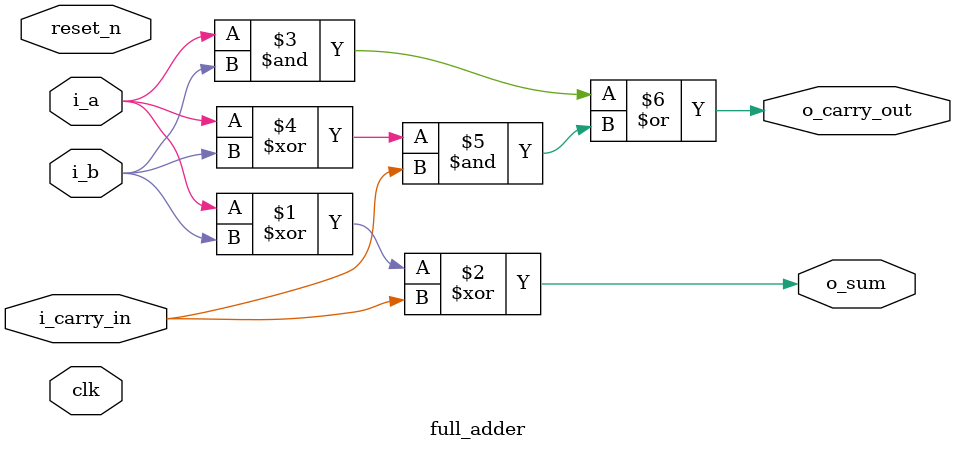
<source format=sv>
   
   module   full_adder
   (
      input    logic clk         ,
      input    logic reset_n     ,
      input    logic i_a         ,
      input    logic i_b         ,
      input    logic i_carry_in  ,
      output   logic o_sum       ,
      output   logic o_carry_out 
   );
   
   assign   o_sum       =  (i_a ^ i_b) ^ i_carry_in;
   assign   o_carry_out =  (i_a & i_b) | ((i_a ^ i_b) & i_carry_in);
   
   endmodule

</source>
